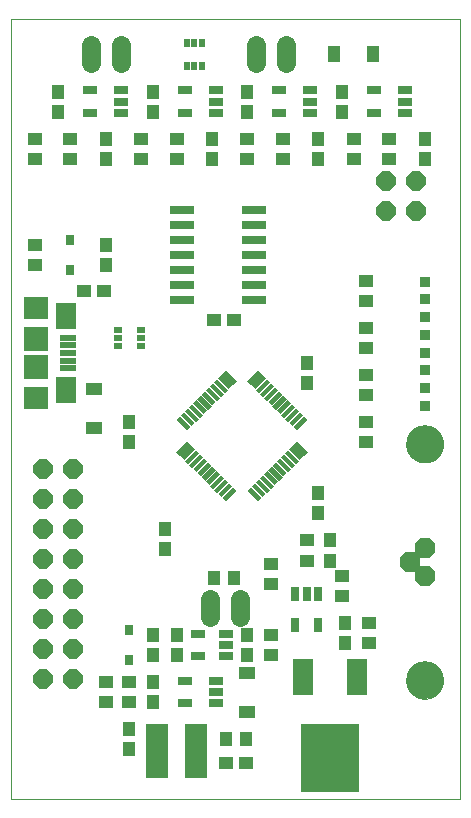
<source format=gts>
G75*
%MOIN*%
%OFA0B0*%
%FSLAX25Y25*%
%IPPOS*%
%LPD*%
%AMOC8*
5,1,8,0,0,1.08239X$1,22.5*
%
%ADD10C,0.00000*%
%ADD11C,0.12600*%
%ADD12R,0.01581X0.05124*%
%ADD13R,0.05124X0.02762*%
%ADD14R,0.04337X0.04731*%
%ADD15R,0.07880X0.07487*%
%ADD16R,0.07880X0.07880*%
%ADD17R,0.06699X0.08668*%
%ADD18R,0.05715X0.01975*%
%ADD19R,0.02762X0.03550*%
%ADD20R,0.04731X0.04337*%
%ADD21R,0.05124X0.02565*%
%ADD22R,0.08400X0.03000*%
%ADD23C,0.06400*%
%ADD24R,0.06699X0.12211*%
%ADD25R,0.19400X0.22900*%
%ADD26R,0.02565X0.05124*%
%ADD27R,0.05203X0.03983*%
%ADD28R,0.03983X0.05203*%
%ADD29R,0.01975X0.02762*%
%ADD30OC8,0.06850*%
%ADD31R,0.03550X0.03550*%
%ADD32R,0.02762X0.01975*%
%ADD33R,0.07487X0.18117*%
%ADD34OC8,0.06400*%
D10*
X0004419Y0001800D02*
X0004419Y0261643D01*
X0154025Y0261643D01*
X0154045Y0001800D01*
X0004419Y0001800D01*
X0136114Y0041170D02*
X0136116Y0041326D01*
X0136122Y0041481D01*
X0136132Y0041637D01*
X0136146Y0041792D01*
X0136164Y0041947D01*
X0136185Y0042101D01*
X0136211Y0042255D01*
X0136241Y0042408D01*
X0136274Y0042560D01*
X0136312Y0042711D01*
X0136353Y0042861D01*
X0136398Y0043010D01*
X0136447Y0043158D01*
X0136500Y0043305D01*
X0136556Y0043450D01*
X0136616Y0043594D01*
X0136680Y0043736D01*
X0136747Y0043877D01*
X0136818Y0044015D01*
X0136893Y0044152D01*
X0136971Y0044287D01*
X0137052Y0044420D01*
X0137137Y0044551D01*
X0137225Y0044679D01*
X0137316Y0044806D01*
X0137410Y0044930D01*
X0137508Y0045051D01*
X0137609Y0045170D01*
X0137712Y0045286D01*
X0137819Y0045400D01*
X0137928Y0045511D01*
X0138041Y0045619D01*
X0138156Y0045724D01*
X0138273Y0045826D01*
X0138393Y0045925D01*
X0138516Y0046021D01*
X0138641Y0046114D01*
X0138769Y0046204D01*
X0138898Y0046290D01*
X0139030Y0046373D01*
X0139164Y0046453D01*
X0139300Y0046529D01*
X0139438Y0046602D01*
X0139577Y0046671D01*
X0139719Y0046736D01*
X0139862Y0046798D01*
X0140006Y0046856D01*
X0140152Y0046911D01*
X0140299Y0046962D01*
X0140448Y0047009D01*
X0140598Y0047052D01*
X0140748Y0047091D01*
X0140900Y0047127D01*
X0141053Y0047158D01*
X0141206Y0047186D01*
X0141360Y0047210D01*
X0141514Y0047230D01*
X0141669Y0047246D01*
X0141825Y0047258D01*
X0141980Y0047266D01*
X0142136Y0047270D01*
X0142292Y0047270D01*
X0142448Y0047266D01*
X0142603Y0047258D01*
X0142759Y0047246D01*
X0142914Y0047230D01*
X0143068Y0047210D01*
X0143222Y0047186D01*
X0143375Y0047158D01*
X0143528Y0047127D01*
X0143680Y0047091D01*
X0143830Y0047052D01*
X0143980Y0047009D01*
X0144129Y0046962D01*
X0144276Y0046911D01*
X0144422Y0046856D01*
X0144566Y0046798D01*
X0144709Y0046736D01*
X0144851Y0046671D01*
X0144990Y0046602D01*
X0145128Y0046529D01*
X0145264Y0046453D01*
X0145398Y0046373D01*
X0145530Y0046290D01*
X0145659Y0046204D01*
X0145787Y0046114D01*
X0145912Y0046021D01*
X0146035Y0045925D01*
X0146155Y0045826D01*
X0146272Y0045724D01*
X0146387Y0045619D01*
X0146500Y0045511D01*
X0146609Y0045400D01*
X0146716Y0045286D01*
X0146819Y0045170D01*
X0146920Y0045051D01*
X0147018Y0044930D01*
X0147112Y0044806D01*
X0147203Y0044679D01*
X0147291Y0044551D01*
X0147376Y0044420D01*
X0147457Y0044287D01*
X0147535Y0044152D01*
X0147610Y0044015D01*
X0147681Y0043877D01*
X0147748Y0043736D01*
X0147812Y0043594D01*
X0147872Y0043450D01*
X0147928Y0043305D01*
X0147981Y0043158D01*
X0148030Y0043010D01*
X0148075Y0042861D01*
X0148116Y0042711D01*
X0148154Y0042560D01*
X0148187Y0042408D01*
X0148217Y0042255D01*
X0148243Y0042101D01*
X0148264Y0041947D01*
X0148282Y0041792D01*
X0148296Y0041637D01*
X0148306Y0041481D01*
X0148312Y0041326D01*
X0148314Y0041170D01*
X0148312Y0041014D01*
X0148306Y0040859D01*
X0148296Y0040703D01*
X0148282Y0040548D01*
X0148264Y0040393D01*
X0148243Y0040239D01*
X0148217Y0040085D01*
X0148187Y0039932D01*
X0148154Y0039780D01*
X0148116Y0039629D01*
X0148075Y0039479D01*
X0148030Y0039330D01*
X0147981Y0039182D01*
X0147928Y0039035D01*
X0147872Y0038890D01*
X0147812Y0038746D01*
X0147748Y0038604D01*
X0147681Y0038463D01*
X0147610Y0038325D01*
X0147535Y0038188D01*
X0147457Y0038053D01*
X0147376Y0037920D01*
X0147291Y0037789D01*
X0147203Y0037661D01*
X0147112Y0037534D01*
X0147018Y0037410D01*
X0146920Y0037289D01*
X0146819Y0037170D01*
X0146716Y0037054D01*
X0146609Y0036940D01*
X0146500Y0036829D01*
X0146387Y0036721D01*
X0146272Y0036616D01*
X0146155Y0036514D01*
X0146035Y0036415D01*
X0145912Y0036319D01*
X0145787Y0036226D01*
X0145659Y0036136D01*
X0145530Y0036050D01*
X0145398Y0035967D01*
X0145264Y0035887D01*
X0145128Y0035811D01*
X0144990Y0035738D01*
X0144851Y0035669D01*
X0144709Y0035604D01*
X0144566Y0035542D01*
X0144422Y0035484D01*
X0144276Y0035429D01*
X0144129Y0035378D01*
X0143980Y0035331D01*
X0143830Y0035288D01*
X0143680Y0035249D01*
X0143528Y0035213D01*
X0143375Y0035182D01*
X0143222Y0035154D01*
X0143068Y0035130D01*
X0142914Y0035110D01*
X0142759Y0035094D01*
X0142603Y0035082D01*
X0142448Y0035074D01*
X0142292Y0035070D01*
X0142136Y0035070D01*
X0141980Y0035074D01*
X0141825Y0035082D01*
X0141669Y0035094D01*
X0141514Y0035110D01*
X0141360Y0035130D01*
X0141206Y0035154D01*
X0141053Y0035182D01*
X0140900Y0035213D01*
X0140748Y0035249D01*
X0140598Y0035288D01*
X0140448Y0035331D01*
X0140299Y0035378D01*
X0140152Y0035429D01*
X0140006Y0035484D01*
X0139862Y0035542D01*
X0139719Y0035604D01*
X0139577Y0035669D01*
X0139438Y0035738D01*
X0139300Y0035811D01*
X0139164Y0035887D01*
X0139030Y0035967D01*
X0138898Y0036050D01*
X0138769Y0036136D01*
X0138641Y0036226D01*
X0138516Y0036319D01*
X0138393Y0036415D01*
X0138273Y0036514D01*
X0138156Y0036616D01*
X0138041Y0036721D01*
X0137928Y0036829D01*
X0137819Y0036940D01*
X0137712Y0037054D01*
X0137609Y0037170D01*
X0137508Y0037289D01*
X0137410Y0037410D01*
X0137316Y0037534D01*
X0137225Y0037661D01*
X0137137Y0037789D01*
X0137052Y0037920D01*
X0136971Y0038053D01*
X0136893Y0038188D01*
X0136818Y0038325D01*
X0136747Y0038463D01*
X0136680Y0038604D01*
X0136616Y0038746D01*
X0136556Y0038890D01*
X0136500Y0039035D01*
X0136447Y0039182D01*
X0136398Y0039330D01*
X0136353Y0039479D01*
X0136312Y0039629D01*
X0136274Y0039780D01*
X0136241Y0039932D01*
X0136211Y0040085D01*
X0136185Y0040239D01*
X0136164Y0040393D01*
X0136146Y0040548D01*
X0136132Y0040703D01*
X0136122Y0040859D01*
X0136116Y0041014D01*
X0136114Y0041170D01*
X0136114Y0119910D02*
X0136116Y0120066D01*
X0136122Y0120221D01*
X0136132Y0120377D01*
X0136146Y0120532D01*
X0136164Y0120687D01*
X0136185Y0120841D01*
X0136211Y0120995D01*
X0136241Y0121148D01*
X0136274Y0121300D01*
X0136312Y0121451D01*
X0136353Y0121601D01*
X0136398Y0121750D01*
X0136447Y0121898D01*
X0136500Y0122045D01*
X0136556Y0122190D01*
X0136616Y0122334D01*
X0136680Y0122476D01*
X0136747Y0122617D01*
X0136818Y0122755D01*
X0136893Y0122892D01*
X0136971Y0123027D01*
X0137052Y0123160D01*
X0137137Y0123291D01*
X0137225Y0123419D01*
X0137316Y0123546D01*
X0137410Y0123670D01*
X0137508Y0123791D01*
X0137609Y0123910D01*
X0137712Y0124026D01*
X0137819Y0124140D01*
X0137928Y0124251D01*
X0138041Y0124359D01*
X0138156Y0124464D01*
X0138273Y0124566D01*
X0138393Y0124665D01*
X0138516Y0124761D01*
X0138641Y0124854D01*
X0138769Y0124944D01*
X0138898Y0125030D01*
X0139030Y0125113D01*
X0139164Y0125193D01*
X0139300Y0125269D01*
X0139438Y0125342D01*
X0139577Y0125411D01*
X0139719Y0125476D01*
X0139862Y0125538D01*
X0140006Y0125596D01*
X0140152Y0125651D01*
X0140299Y0125702D01*
X0140448Y0125749D01*
X0140598Y0125792D01*
X0140748Y0125831D01*
X0140900Y0125867D01*
X0141053Y0125898D01*
X0141206Y0125926D01*
X0141360Y0125950D01*
X0141514Y0125970D01*
X0141669Y0125986D01*
X0141825Y0125998D01*
X0141980Y0126006D01*
X0142136Y0126010D01*
X0142292Y0126010D01*
X0142448Y0126006D01*
X0142603Y0125998D01*
X0142759Y0125986D01*
X0142914Y0125970D01*
X0143068Y0125950D01*
X0143222Y0125926D01*
X0143375Y0125898D01*
X0143528Y0125867D01*
X0143680Y0125831D01*
X0143830Y0125792D01*
X0143980Y0125749D01*
X0144129Y0125702D01*
X0144276Y0125651D01*
X0144422Y0125596D01*
X0144566Y0125538D01*
X0144709Y0125476D01*
X0144851Y0125411D01*
X0144990Y0125342D01*
X0145128Y0125269D01*
X0145264Y0125193D01*
X0145398Y0125113D01*
X0145530Y0125030D01*
X0145659Y0124944D01*
X0145787Y0124854D01*
X0145912Y0124761D01*
X0146035Y0124665D01*
X0146155Y0124566D01*
X0146272Y0124464D01*
X0146387Y0124359D01*
X0146500Y0124251D01*
X0146609Y0124140D01*
X0146716Y0124026D01*
X0146819Y0123910D01*
X0146920Y0123791D01*
X0147018Y0123670D01*
X0147112Y0123546D01*
X0147203Y0123419D01*
X0147291Y0123291D01*
X0147376Y0123160D01*
X0147457Y0123027D01*
X0147535Y0122892D01*
X0147610Y0122755D01*
X0147681Y0122617D01*
X0147748Y0122476D01*
X0147812Y0122334D01*
X0147872Y0122190D01*
X0147928Y0122045D01*
X0147981Y0121898D01*
X0148030Y0121750D01*
X0148075Y0121601D01*
X0148116Y0121451D01*
X0148154Y0121300D01*
X0148187Y0121148D01*
X0148217Y0120995D01*
X0148243Y0120841D01*
X0148264Y0120687D01*
X0148282Y0120532D01*
X0148296Y0120377D01*
X0148306Y0120221D01*
X0148312Y0120066D01*
X0148314Y0119910D01*
X0148312Y0119754D01*
X0148306Y0119599D01*
X0148296Y0119443D01*
X0148282Y0119288D01*
X0148264Y0119133D01*
X0148243Y0118979D01*
X0148217Y0118825D01*
X0148187Y0118672D01*
X0148154Y0118520D01*
X0148116Y0118369D01*
X0148075Y0118219D01*
X0148030Y0118070D01*
X0147981Y0117922D01*
X0147928Y0117775D01*
X0147872Y0117630D01*
X0147812Y0117486D01*
X0147748Y0117344D01*
X0147681Y0117203D01*
X0147610Y0117065D01*
X0147535Y0116928D01*
X0147457Y0116793D01*
X0147376Y0116660D01*
X0147291Y0116529D01*
X0147203Y0116401D01*
X0147112Y0116274D01*
X0147018Y0116150D01*
X0146920Y0116029D01*
X0146819Y0115910D01*
X0146716Y0115794D01*
X0146609Y0115680D01*
X0146500Y0115569D01*
X0146387Y0115461D01*
X0146272Y0115356D01*
X0146155Y0115254D01*
X0146035Y0115155D01*
X0145912Y0115059D01*
X0145787Y0114966D01*
X0145659Y0114876D01*
X0145530Y0114790D01*
X0145398Y0114707D01*
X0145264Y0114627D01*
X0145128Y0114551D01*
X0144990Y0114478D01*
X0144851Y0114409D01*
X0144709Y0114344D01*
X0144566Y0114282D01*
X0144422Y0114224D01*
X0144276Y0114169D01*
X0144129Y0114118D01*
X0143980Y0114071D01*
X0143830Y0114028D01*
X0143680Y0113989D01*
X0143528Y0113953D01*
X0143375Y0113922D01*
X0143222Y0113894D01*
X0143068Y0113870D01*
X0142914Y0113850D01*
X0142759Y0113834D01*
X0142603Y0113822D01*
X0142448Y0113814D01*
X0142292Y0113810D01*
X0142136Y0113810D01*
X0141980Y0113814D01*
X0141825Y0113822D01*
X0141669Y0113834D01*
X0141514Y0113850D01*
X0141360Y0113870D01*
X0141206Y0113894D01*
X0141053Y0113922D01*
X0140900Y0113953D01*
X0140748Y0113989D01*
X0140598Y0114028D01*
X0140448Y0114071D01*
X0140299Y0114118D01*
X0140152Y0114169D01*
X0140006Y0114224D01*
X0139862Y0114282D01*
X0139719Y0114344D01*
X0139577Y0114409D01*
X0139438Y0114478D01*
X0139300Y0114551D01*
X0139164Y0114627D01*
X0139030Y0114707D01*
X0138898Y0114790D01*
X0138769Y0114876D01*
X0138641Y0114966D01*
X0138516Y0115059D01*
X0138393Y0115155D01*
X0138273Y0115254D01*
X0138156Y0115356D01*
X0138041Y0115461D01*
X0137928Y0115569D01*
X0137819Y0115680D01*
X0137712Y0115794D01*
X0137609Y0115910D01*
X0137508Y0116029D01*
X0137410Y0116150D01*
X0137316Y0116274D01*
X0137225Y0116401D01*
X0137137Y0116529D01*
X0137052Y0116660D01*
X0136971Y0116793D01*
X0136893Y0116928D01*
X0136818Y0117065D01*
X0136747Y0117203D01*
X0136680Y0117344D01*
X0136616Y0117486D01*
X0136556Y0117630D01*
X0136500Y0117775D01*
X0136447Y0117922D01*
X0136398Y0118070D01*
X0136353Y0118219D01*
X0136312Y0118369D01*
X0136274Y0118520D01*
X0136241Y0118672D01*
X0136211Y0118825D01*
X0136185Y0118979D01*
X0136164Y0119133D01*
X0136146Y0119288D01*
X0136132Y0119443D01*
X0136122Y0119599D01*
X0136116Y0119754D01*
X0136114Y0119910D01*
D11*
X0142214Y0119910D03*
X0142214Y0041170D03*
D12*
G36*
X0099031Y0113071D02*
X0097913Y0111953D01*
X0094291Y0115575D01*
X0095409Y0116693D01*
X0099031Y0113071D01*
G37*
G36*
X0100423Y0114463D02*
X0099305Y0113345D01*
X0095683Y0116967D01*
X0096801Y0118085D01*
X0100423Y0114463D01*
G37*
G36*
X0101815Y0115855D02*
X0100697Y0114737D01*
X0097075Y0118359D01*
X0098193Y0119477D01*
X0101815Y0115855D01*
G37*
G36*
X0103206Y0117247D02*
X0102088Y0116129D01*
X0098466Y0119751D01*
X0099584Y0120869D01*
X0103206Y0117247D01*
G37*
G36*
X0102088Y0129221D02*
X0103206Y0128103D01*
X0099584Y0124481D01*
X0098466Y0125599D01*
X0102088Y0129221D01*
G37*
G36*
X0100697Y0130613D02*
X0101815Y0129495D01*
X0098193Y0125873D01*
X0097075Y0126991D01*
X0100697Y0130613D01*
G37*
G36*
X0099305Y0132005D02*
X0100423Y0130887D01*
X0096801Y0127265D01*
X0095683Y0128383D01*
X0099305Y0132005D01*
G37*
G36*
X0097913Y0133397D02*
X0099031Y0132279D01*
X0095409Y0128657D01*
X0094291Y0129775D01*
X0097913Y0133397D01*
G37*
G36*
X0096521Y0134789D02*
X0097639Y0133671D01*
X0094017Y0130049D01*
X0092899Y0131167D01*
X0096521Y0134789D01*
G37*
G36*
X0095129Y0136181D02*
X0096247Y0135063D01*
X0092625Y0131441D01*
X0091507Y0132559D01*
X0095129Y0136181D01*
G37*
G36*
X0093737Y0137573D02*
X0094855Y0136455D01*
X0091233Y0132833D01*
X0090115Y0133951D01*
X0093737Y0137573D01*
G37*
G36*
X0092345Y0138964D02*
X0093463Y0137846D01*
X0089841Y0134224D01*
X0088723Y0135342D01*
X0092345Y0138964D01*
G37*
G36*
X0090953Y0140356D02*
X0092071Y0139238D01*
X0088449Y0135616D01*
X0087331Y0136734D01*
X0090953Y0140356D01*
G37*
G36*
X0089561Y0141748D02*
X0090679Y0140630D01*
X0087057Y0137008D01*
X0085939Y0138126D01*
X0089561Y0141748D01*
G37*
G36*
X0088169Y0143140D02*
X0089287Y0142022D01*
X0085665Y0138400D01*
X0084547Y0139518D01*
X0088169Y0143140D01*
G37*
G36*
X0086777Y0144532D02*
X0087895Y0143414D01*
X0084273Y0139792D01*
X0083155Y0140910D01*
X0086777Y0144532D01*
G37*
G36*
X0079543Y0140910D02*
X0078425Y0139792D01*
X0074803Y0143414D01*
X0075921Y0144532D01*
X0079543Y0140910D01*
G37*
G36*
X0078151Y0139518D02*
X0077033Y0138400D01*
X0073411Y0142022D01*
X0074529Y0143140D01*
X0078151Y0139518D01*
G37*
G36*
X0076760Y0138126D02*
X0075642Y0137008D01*
X0072020Y0140630D01*
X0073138Y0141748D01*
X0076760Y0138126D01*
G37*
G36*
X0075368Y0136734D02*
X0074250Y0135616D01*
X0070628Y0139238D01*
X0071746Y0140356D01*
X0075368Y0136734D01*
G37*
G36*
X0073976Y0135342D02*
X0072858Y0134224D01*
X0069236Y0137846D01*
X0070354Y0138964D01*
X0073976Y0135342D01*
G37*
G36*
X0072584Y0133951D02*
X0071466Y0132833D01*
X0067844Y0136455D01*
X0068962Y0137573D01*
X0072584Y0133951D01*
G37*
G36*
X0071192Y0132559D02*
X0070074Y0131441D01*
X0066452Y0135063D01*
X0067570Y0136181D01*
X0071192Y0132559D01*
G37*
G36*
X0069800Y0131167D02*
X0068682Y0130049D01*
X0065060Y0133671D01*
X0066178Y0134789D01*
X0069800Y0131167D01*
G37*
G36*
X0068408Y0129775D02*
X0067290Y0128657D01*
X0063668Y0132279D01*
X0064786Y0133397D01*
X0068408Y0129775D01*
G37*
G36*
X0067016Y0128383D02*
X0065898Y0127265D01*
X0062276Y0130887D01*
X0063394Y0132005D01*
X0067016Y0128383D01*
G37*
G36*
X0065624Y0126991D02*
X0064506Y0125873D01*
X0060884Y0129495D01*
X0062002Y0130613D01*
X0065624Y0126991D01*
G37*
G36*
X0064232Y0125599D02*
X0063114Y0124481D01*
X0059492Y0128103D01*
X0060610Y0129221D01*
X0064232Y0125599D01*
G37*
G36*
X0063114Y0120869D02*
X0064232Y0119751D01*
X0060610Y0116129D01*
X0059492Y0117247D01*
X0063114Y0120869D01*
G37*
G36*
X0064506Y0119477D02*
X0065624Y0118359D01*
X0062002Y0114737D01*
X0060884Y0115855D01*
X0064506Y0119477D01*
G37*
G36*
X0065898Y0118085D02*
X0067016Y0116967D01*
X0063394Y0113345D01*
X0062276Y0114463D01*
X0065898Y0118085D01*
G37*
G36*
X0067290Y0116693D02*
X0068408Y0115575D01*
X0064786Y0111953D01*
X0063668Y0113071D01*
X0067290Y0116693D01*
G37*
G36*
X0068682Y0115301D02*
X0069800Y0114183D01*
X0066178Y0110561D01*
X0065060Y0111679D01*
X0068682Y0115301D01*
G37*
G36*
X0070074Y0113909D02*
X0071192Y0112791D01*
X0067570Y0109169D01*
X0066452Y0110287D01*
X0070074Y0113909D01*
G37*
G36*
X0071466Y0112518D02*
X0072584Y0111400D01*
X0068962Y0107778D01*
X0067844Y0108896D01*
X0071466Y0112518D01*
G37*
G36*
X0072858Y0111126D02*
X0073976Y0110008D01*
X0070354Y0106386D01*
X0069236Y0107504D01*
X0072858Y0111126D01*
G37*
G36*
X0074250Y0109734D02*
X0075368Y0108616D01*
X0071746Y0104994D01*
X0070628Y0106112D01*
X0074250Y0109734D01*
G37*
G36*
X0075642Y0108342D02*
X0076760Y0107224D01*
X0073138Y0103602D01*
X0072020Y0104720D01*
X0075642Y0108342D01*
G37*
G36*
X0077033Y0106950D02*
X0078151Y0105832D01*
X0074529Y0102210D01*
X0073411Y0103328D01*
X0077033Y0106950D01*
G37*
G36*
X0078425Y0105558D02*
X0079543Y0104440D01*
X0075921Y0100818D01*
X0074803Y0101936D01*
X0078425Y0105558D01*
G37*
G36*
X0087895Y0101936D02*
X0086777Y0100818D01*
X0083155Y0104440D01*
X0084273Y0105558D01*
X0087895Y0101936D01*
G37*
G36*
X0089287Y0103328D02*
X0088169Y0102210D01*
X0084547Y0105832D01*
X0085665Y0106950D01*
X0089287Y0103328D01*
G37*
G36*
X0090679Y0104720D02*
X0089561Y0103602D01*
X0085939Y0107224D01*
X0087057Y0108342D01*
X0090679Y0104720D01*
G37*
G36*
X0092071Y0106112D02*
X0090953Y0104994D01*
X0087331Y0108616D01*
X0088449Y0109734D01*
X0092071Y0106112D01*
G37*
G36*
X0093463Y0107504D02*
X0092345Y0106386D01*
X0088723Y0110008D01*
X0089841Y0111126D01*
X0093463Y0107504D01*
G37*
G36*
X0094855Y0108896D02*
X0093737Y0107778D01*
X0090115Y0111400D01*
X0091233Y0112518D01*
X0094855Y0108896D01*
G37*
G36*
X0096247Y0110287D02*
X0095129Y0109169D01*
X0091507Y0112791D01*
X0092625Y0113909D01*
X0096247Y0110287D01*
G37*
G36*
X0097639Y0111679D02*
X0096521Y0110561D01*
X0092899Y0114183D01*
X0094017Y0115301D01*
X0097639Y0111679D01*
G37*
D13*
X0075875Y0056721D03*
X0075875Y0052981D03*
X0075875Y0049241D03*
X0066820Y0049241D03*
X0066820Y0056721D03*
D14*
X0059537Y0056328D03*
X0059537Y0049635D03*
X0051663Y0049635D03*
X0051663Y0056328D03*
X0051663Y0040580D03*
X0051663Y0033887D03*
X0043789Y0024831D03*
X0043789Y0018139D03*
X0075875Y0021485D03*
X0082568Y0021485D03*
X0083159Y0049635D03*
X0083159Y0056328D03*
X0078691Y0075271D03*
X0071998Y0075271D03*
X0055600Y0085068D03*
X0055600Y0091761D03*
X0043789Y0120501D03*
X0043789Y0127194D03*
X0035915Y0179556D03*
X0035915Y0186249D03*
X0035915Y0214989D03*
X0035915Y0221682D03*
X0051663Y0230737D03*
X0051663Y0237430D03*
X0071348Y0221682D03*
X0071348Y0214989D03*
X0083159Y0230737D03*
X0083159Y0237430D03*
X0106781Y0221682D03*
X0106781Y0214989D03*
X0114655Y0230737D03*
X0114655Y0237430D03*
X0142214Y0221682D03*
X0142214Y0214989D03*
X0102844Y0146879D03*
X0102844Y0140186D03*
X0106781Y0103572D03*
X0106781Y0096879D03*
X0110718Y0087824D03*
X0110718Y0081131D03*
X0115639Y0060265D03*
X0115639Y0053572D03*
X0020167Y0230737D03*
X0020167Y0237430D03*
D15*
X0012568Y0165284D03*
X0012568Y0135363D03*
D16*
X0012568Y0145599D03*
X0012568Y0155048D03*
D17*
X0022608Y0162528D03*
X0022608Y0138119D03*
D18*
X0023198Y0145206D03*
X0023198Y0147765D03*
X0023198Y0150324D03*
X0023198Y0152883D03*
X0023198Y0155442D03*
D19*
X0024104Y0177981D03*
X0024104Y0187824D03*
X0043789Y0057902D03*
X0043789Y0048060D03*
D20*
X0043789Y0040580D03*
X0043789Y0033887D03*
X0035915Y0033887D03*
X0035915Y0040580D03*
X0075875Y0013611D03*
X0082568Y0013611D03*
X0091033Y0049635D03*
X0091033Y0056328D03*
X0091033Y0073257D03*
X0091033Y0079950D03*
X0102844Y0081131D03*
X0102844Y0087824D03*
X0114655Y0076013D03*
X0114655Y0069320D03*
X0123513Y0060265D03*
X0123513Y0053572D03*
X0122529Y0120501D03*
X0122529Y0127194D03*
X0122529Y0136249D03*
X0122529Y0142942D03*
X0122529Y0151997D03*
X0122529Y0158690D03*
X0122529Y0167745D03*
X0122529Y0174438D03*
X0118592Y0214989D03*
X0118592Y0221682D03*
X0130403Y0221682D03*
X0130403Y0214989D03*
X0094970Y0214989D03*
X0094970Y0221682D03*
X0083159Y0221682D03*
X0083159Y0214989D03*
X0059537Y0214989D03*
X0059537Y0221682D03*
X0047726Y0221682D03*
X0047726Y0214989D03*
X0024104Y0214989D03*
X0024104Y0221682D03*
X0012293Y0221682D03*
X0012293Y0214989D03*
X0012293Y0186249D03*
X0012293Y0179556D03*
X0028631Y0171091D03*
X0035324Y0171091D03*
X0071938Y0161249D03*
X0078631Y0161249D03*
D21*
X0072529Y0230343D03*
X0072529Y0234083D03*
X0072529Y0237824D03*
X0062292Y0237824D03*
X0062292Y0230343D03*
X0041033Y0230343D03*
X0041033Y0234083D03*
X0041033Y0237824D03*
X0030796Y0237824D03*
X0030796Y0230343D03*
X0093788Y0230343D03*
X0093788Y0237824D03*
X0104025Y0237824D03*
X0104025Y0234083D03*
X0104025Y0230343D03*
X0125284Y0230343D03*
X0125284Y0237824D03*
X0135521Y0237824D03*
X0135521Y0234083D03*
X0135521Y0230343D03*
X0072529Y0040973D03*
X0072529Y0037233D03*
X0072529Y0033493D03*
X0062292Y0033493D03*
X0062292Y0040973D03*
D22*
X0061216Y0167902D03*
X0061216Y0172902D03*
X0061216Y0177902D03*
X0061216Y0182902D03*
X0061216Y0187902D03*
X0061216Y0192902D03*
X0061216Y0197902D03*
X0085416Y0197902D03*
X0085416Y0192902D03*
X0085416Y0187902D03*
X0085416Y0182902D03*
X0085416Y0177902D03*
X0085416Y0172902D03*
X0085416Y0167902D03*
D23*
X0086033Y0246831D02*
X0086033Y0252831D01*
X0096033Y0252831D02*
X0096033Y0246831D01*
X0040915Y0246831D02*
X0040915Y0252831D01*
X0030915Y0252831D02*
X0030915Y0246831D01*
X0070777Y0068284D02*
X0070777Y0062284D01*
X0080777Y0062284D02*
X0080777Y0068284D01*
D24*
X0101741Y0042391D03*
X0119694Y0042391D03*
D25*
X0110718Y0015233D03*
D26*
X0106584Y0059674D03*
X0099104Y0059674D03*
X0099104Y0069911D03*
X0102844Y0069911D03*
X0106584Y0069911D03*
D27*
X0083159Y0043729D03*
X0083159Y0030737D03*
X0031978Y0125225D03*
X0031978Y0138217D03*
D28*
X0112096Y0249831D03*
X0125088Y0249831D03*
D29*
X0068001Y0245894D03*
X0065442Y0245894D03*
X0062883Y0245894D03*
X0062883Y0253769D03*
X0065442Y0253769D03*
X0068001Y0253769D03*
D30*
X0142214Y0085277D03*
X0137477Y0080540D03*
X0142214Y0075803D03*
D31*
X0142214Y0132706D03*
X0142214Y0138611D03*
X0142214Y0144517D03*
X0142214Y0150422D03*
X0142214Y0156328D03*
X0142214Y0162233D03*
X0142214Y0168139D03*
X0142214Y0174044D03*
D32*
X0047726Y0157902D03*
X0047726Y0155343D03*
X0047726Y0152784D03*
X0039852Y0152784D03*
X0039852Y0155343D03*
X0039852Y0157902D03*
D33*
X0053139Y0017548D03*
X0065934Y0017548D03*
D34*
X0025167Y0041603D03*
X0025167Y0051603D03*
X0025167Y0061603D03*
X0025167Y0071603D03*
X0025167Y0081603D03*
X0025167Y0091603D03*
X0025167Y0101603D03*
X0025167Y0111603D03*
X0015167Y0111603D03*
X0015167Y0101603D03*
X0015167Y0091603D03*
X0015167Y0081603D03*
X0015167Y0071603D03*
X0015167Y0061603D03*
X0015167Y0051603D03*
X0015167Y0041603D03*
X0129340Y0197587D03*
X0129340Y0207587D03*
X0139340Y0207587D03*
X0139340Y0197587D03*
M02*

</source>
